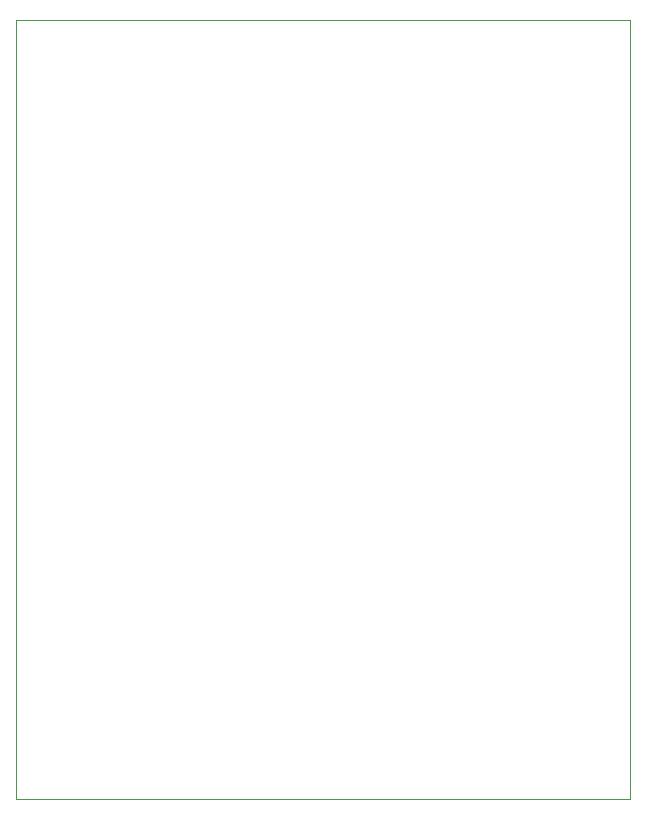
<source format=gbr>
G04 #@! TF.GenerationSoftware,KiCad,Pcbnew,(6.0.1)*
G04 #@! TF.CreationDate,2022-02-06T22:38:44+01:00*
G04 #@! TF.ProjectId,CarteSecondaire,43617274-6553-4656-936f-6e6461697265,rev?*
G04 #@! TF.SameCoordinates,Original*
G04 #@! TF.FileFunction,Profile,NP*
%FSLAX46Y46*%
G04 Gerber Fmt 4.6, Leading zero omitted, Abs format (unit mm)*
G04 Created by KiCad (PCBNEW (6.0.1)) date 2022-02-06 22:38:44*
%MOMM*%
%LPD*%
G01*
G04 APERTURE LIST*
G04 #@! TA.AperFunction,Profile*
%ADD10C,0.050000*%
G04 #@! TD*
G04 APERTURE END LIST*
D10*
X89989011Y-120931511D02*
X141989011Y-120931511D01*
X141989011Y-120931511D02*
X141989011Y-186931511D01*
X141989011Y-186931511D02*
X89989011Y-186931511D01*
X89989011Y-186931511D02*
X89989011Y-120931511D01*
M02*

</source>
